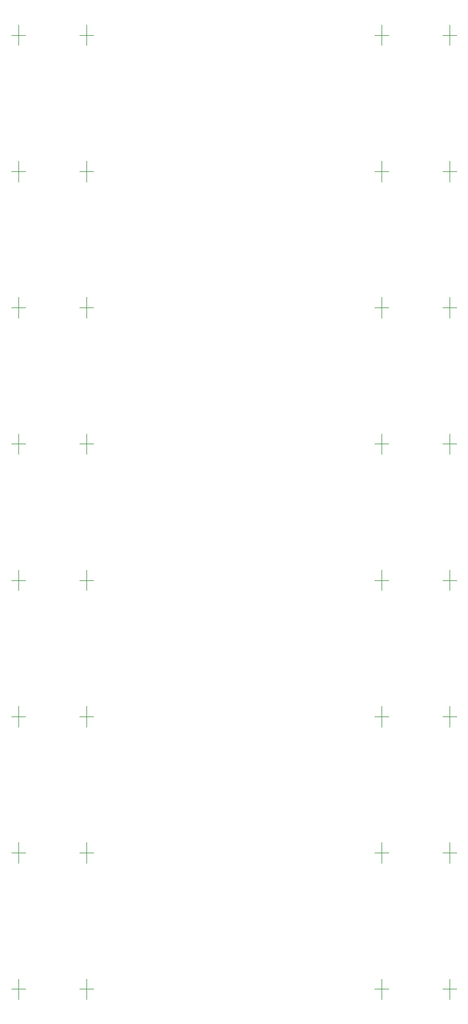
<source format=gbr>
G04 #@! TF.GenerationSoftware,KiCad,Pcbnew,(5.1.2)-2*
G04 #@! TF.CreationDate,2020-04-30T13:57:26+02:00*
G04 #@! TF.ProjectId,INTERFACE,494e5445-5246-4414-9345-2e6b69636164,rev?*
G04 #@! TF.SameCoordinates,Original*
G04 #@! TF.FileFunction,Legend,Bot*
G04 #@! TF.FilePolarity,Positive*
%FSLAX46Y46*%
G04 Gerber Fmt 4.6, Leading zero omitted, Abs format (unit mm)*
G04 Created by KiCad (PCBNEW (5.1.2)-2) date 2020-04-30 13:57:26*
%MOMM*%
%LPD*%
G04 APERTURE LIST*
%ADD10C,0.120000*%
G04 APERTURE END LIST*
D10*
X121670000Y35250000D02*
X121670000Y38250000D01*
X122670000Y36750000D02*
X120670000Y36750000D01*
X131670000Y35250000D02*
X131670000Y38250000D01*
X130670000Y36750000D02*
X132670000Y36750000D01*
X121670000Y15250000D02*
X121670000Y18250000D01*
X122670000Y16750000D02*
X120670000Y16750000D01*
X131670000Y15250000D02*
X131670000Y18250000D01*
X130670000Y16750000D02*
X132670000Y16750000D01*
X121670000Y-4750000D02*
X121670000Y-1750000D01*
X122670000Y-3250000D02*
X120670000Y-3250000D01*
X131670000Y-4750000D02*
X131670000Y-1750000D01*
X130670000Y-3250000D02*
X132670000Y-3250000D01*
X121670000Y-24750000D02*
X121670000Y-21750000D01*
X122670000Y-23250000D02*
X120670000Y-23250000D01*
X131670000Y-24750000D02*
X131670000Y-21750000D01*
X130670000Y-23250000D02*
X132670000Y-23250000D01*
X121670000Y-44750000D02*
X121670000Y-41750000D01*
X122670000Y-43250000D02*
X120670000Y-43250000D01*
X131670000Y-44750000D02*
X131670000Y-41750000D01*
X130670000Y-43250000D02*
X132670000Y-43250000D01*
X121670000Y-64750000D02*
X121670000Y-61750000D01*
X122670000Y-63250000D02*
X120670000Y-63250000D01*
X131670000Y-64750000D02*
X131670000Y-61750000D01*
X130670000Y-63250000D02*
X132670000Y-63250000D01*
X121670000Y-84750000D02*
X121670000Y-81750000D01*
X122670000Y-83250000D02*
X120670000Y-83250000D01*
X131670000Y-84750000D02*
X131670000Y-81750000D01*
X130670000Y-83250000D02*
X132670000Y-83250000D01*
X68330000Y35250000D02*
X68330000Y38250000D01*
X69330000Y36750000D02*
X67330000Y36750000D01*
X78330000Y35250000D02*
X78330000Y38250000D01*
X77330000Y36750000D02*
X79330000Y36750000D01*
X68330000Y15250000D02*
X68330000Y18250000D01*
X69330000Y16750000D02*
X67330000Y16750000D01*
X78330000Y15250000D02*
X78330000Y18250000D01*
X77330000Y16750000D02*
X79330000Y16750000D01*
X68330000Y-4750000D02*
X68330000Y-1750000D01*
X69330000Y-3250000D02*
X67330000Y-3250000D01*
X78330000Y-4750000D02*
X78330000Y-1750000D01*
X77330000Y-3250000D02*
X79330000Y-3250000D01*
X68330000Y-24750000D02*
X68330000Y-21750000D01*
X69330000Y-23250000D02*
X67330000Y-23250000D01*
X78330000Y-24750000D02*
X78330000Y-21750000D01*
X77330000Y-23250000D02*
X79330000Y-23250000D01*
X68330000Y-44750000D02*
X68330000Y-41750000D01*
X69330000Y-43250000D02*
X67330000Y-43250000D01*
X78330000Y-44750000D02*
X78330000Y-41750000D01*
X77330000Y-43250000D02*
X79330000Y-43250000D01*
X68330000Y-64750000D02*
X68330000Y-61750000D01*
X69330000Y-63250000D02*
X67330000Y-63250000D01*
X78330000Y-64750000D02*
X78330000Y-61750000D01*
X77330000Y-63250000D02*
X79330000Y-63250000D01*
X68330000Y-84750000D02*
X68330000Y-81750000D01*
X69330000Y-83250000D02*
X67330000Y-83250000D01*
X78330000Y-84750000D02*
X78330000Y-81750000D01*
X77330000Y-83250000D02*
X79330000Y-83250000D01*
X130670000Y-103250000D02*
X132670000Y-103250000D01*
X131670000Y-104750000D02*
X131670000Y-101750000D01*
X122670000Y-103250000D02*
X120670000Y-103250000D01*
X121670000Y-104750000D02*
X121670000Y-101750000D01*
X77330000Y-103250000D02*
X79330000Y-103250000D01*
X78330000Y-104750000D02*
X78330000Y-101750000D01*
X69330000Y-103250000D02*
X67330000Y-103250000D01*
X68330000Y-104750000D02*
X68330000Y-101750000D01*
M02*

</source>
